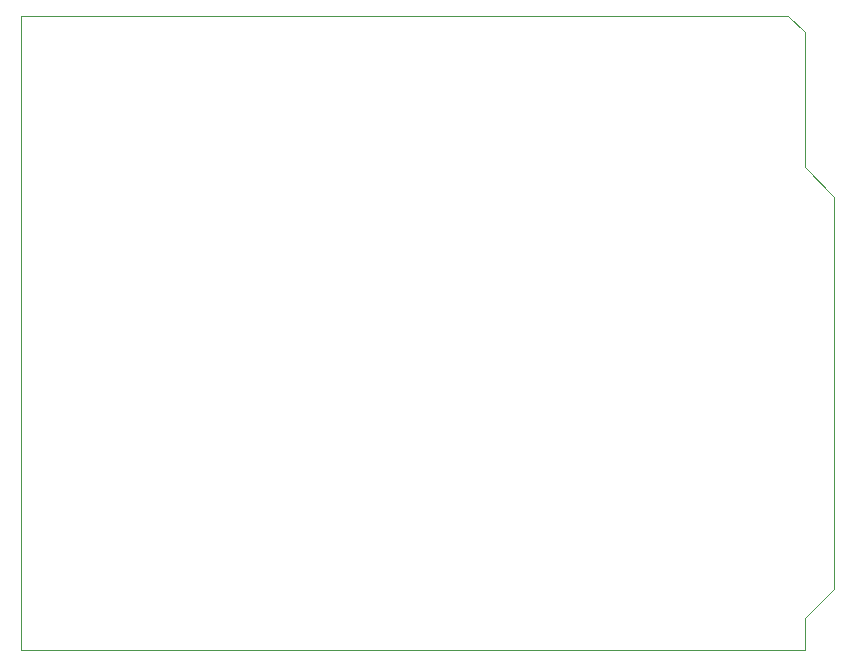
<source format=gm1>
G04 #@! TF.FileFunction,Profile,NP*
%FSLAX46Y46*%
G04 Gerber Fmt 4.6, Leading zero omitted, Abs format (unit mm)*
G04 Created by KiCad (PCBNEW 4.1.0-alpha+201605121532+6803~44~ubuntu14.04.1-product) date Sat May 14 23:12:31 2016*
%MOMM*%
%LPD*%
G01*
G04 APERTURE LIST*
%ADD10C,0.100000*%
G04 APERTURE END LIST*
D10*
X126822200Y-137922000D02*
X126822200Y-84988400D01*
X193167000Y-137922000D02*
X126822200Y-137922000D01*
X193167000Y-135280400D02*
X193167000Y-137922000D01*
X195681600Y-132765800D02*
X193167000Y-135280400D01*
X195681600Y-99593400D02*
X195681600Y-132765800D01*
X193167000Y-97078800D02*
X195681600Y-99593400D01*
X193167000Y-85648800D02*
X193167000Y-97078800D01*
X191795400Y-84277200D02*
X193167000Y-85648800D01*
X126822200Y-84277200D02*
X191795400Y-84277200D01*
X126822200Y-84988400D02*
X126822200Y-84277200D01*
M02*

</source>
